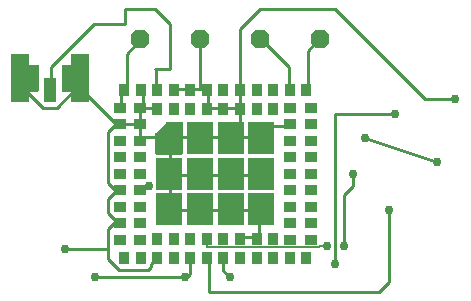
<source format=gbr>
G04 EAGLE Gerber X2 export*
%TF.Part,Single*%
%TF.FileFunction,Copper,L1,Top,Mixed*%
%TF.FilePolarity,Positive*%
%TF.GenerationSoftware,Autodesk,EAGLE,9.1.0*%
%TF.CreationDate,2019-01-28T13:00:55Z*%
G75*
%MOMM*%
%FSLAX34Y34*%
%LPD*%
%AMOC8*
5,1,8,0,0,1.08239X$1,22.5*%
G01*
%ADD10P,1.732040X8X22.500000*%
%ADD11R,1.100000X0.900000*%
%ADD12R,0.900000X1.100000*%
%ADD13R,1.500000X1.500000*%
%ADD14R,2.300000X2.700000*%
%ADD15R,1.524000X4.064000*%
%ADD16R,1.016000X2.032000*%
%ADD17C,0.254000*%
%ADD18C,0.756400*%
%ADD19C,0.152400*%

G36*
X149865Y117977D02*
X149865Y117977D01*
X149931Y117979D01*
X149974Y117997D01*
X150021Y118005D01*
X150078Y118039D01*
X150138Y118064D01*
X150173Y118095D01*
X150214Y118120D01*
X150256Y118171D01*
X150304Y118215D01*
X150326Y118257D01*
X150355Y118294D01*
X150376Y118356D01*
X150407Y118415D01*
X150415Y118469D01*
X150427Y118506D01*
X150426Y118546D01*
X150434Y118600D01*
X150434Y144600D01*
X150423Y144665D01*
X150421Y144731D01*
X150403Y144774D01*
X150395Y144821D01*
X150361Y144878D01*
X150336Y144938D01*
X150305Y144973D01*
X150280Y145014D01*
X150229Y145056D01*
X150185Y145104D01*
X150143Y145126D01*
X150106Y145155D01*
X150044Y145176D01*
X149985Y145207D01*
X149931Y145215D01*
X149894Y145227D01*
X149854Y145226D01*
X149800Y145234D01*
X136300Y145234D01*
X136258Y145227D01*
X136216Y145229D01*
X136149Y145207D01*
X136079Y145195D01*
X136043Y145173D01*
X136002Y145160D01*
X135929Y145106D01*
X135886Y145080D01*
X135873Y145064D01*
X135852Y145048D01*
X127352Y136548D01*
X127327Y136514D01*
X127296Y136485D01*
X127264Y136422D01*
X127223Y136364D01*
X127213Y136323D01*
X127193Y136285D01*
X127180Y136196D01*
X127168Y136147D01*
X127170Y136126D01*
X127166Y136100D01*
X127166Y118600D01*
X127177Y118535D01*
X127179Y118469D01*
X127197Y118426D01*
X127205Y118379D01*
X127239Y118322D01*
X127264Y118262D01*
X127295Y118227D01*
X127320Y118186D01*
X127371Y118145D01*
X127415Y118096D01*
X127457Y118074D01*
X127494Y118045D01*
X127556Y118024D01*
X127615Y117993D01*
X127669Y117985D01*
X127706Y117973D01*
X127746Y117974D01*
X127800Y117966D01*
X149800Y117966D01*
X149865Y117977D01*
G37*
G36*
X27506Y171205D02*
X27506Y171205D01*
X27564Y171203D01*
X27646Y171225D01*
X27730Y171237D01*
X27783Y171261D01*
X27839Y171275D01*
X27912Y171318D01*
X27989Y171353D01*
X28034Y171391D01*
X28084Y171421D01*
X28142Y171482D01*
X28206Y171537D01*
X28238Y171585D01*
X28278Y171628D01*
X28317Y171703D01*
X28364Y171773D01*
X28381Y171829D01*
X28408Y171881D01*
X28419Y171949D01*
X28449Y172044D01*
X28452Y172144D01*
X28463Y172212D01*
X28463Y193040D01*
X28455Y193098D01*
X28457Y193156D01*
X28435Y193238D01*
X28423Y193322D01*
X28400Y193375D01*
X28385Y193431D01*
X28342Y193504D01*
X28307Y193581D01*
X28269Y193626D01*
X28240Y193676D01*
X28178Y193734D01*
X28124Y193798D01*
X28075Y193830D01*
X28032Y193870D01*
X27957Y193909D01*
X27887Y193956D01*
X27831Y193973D01*
X27779Y194000D01*
X27711Y194011D01*
X27616Y194041D01*
X27516Y194044D01*
X27448Y194055D01*
X6350Y194055D01*
X6292Y194047D01*
X6234Y194049D01*
X6152Y194027D01*
X6069Y194015D01*
X6015Y193992D01*
X5959Y193977D01*
X5886Y193934D01*
X5809Y193899D01*
X5764Y193861D01*
X5714Y193832D01*
X5656Y193770D01*
X5592Y193716D01*
X5560Y193667D01*
X5520Y193624D01*
X5481Y193549D01*
X5435Y193479D01*
X5417Y193423D01*
X5390Y193371D01*
X5379Y193303D01*
X5349Y193208D01*
X5346Y193108D01*
X5335Y193040D01*
X5335Y172212D01*
X5343Y172154D01*
X5341Y172096D01*
X5363Y172014D01*
X5375Y171931D01*
X5399Y171877D01*
X5413Y171821D01*
X5456Y171748D01*
X5491Y171671D01*
X5529Y171626D01*
X5559Y171576D01*
X5620Y171518D01*
X5675Y171454D01*
X5723Y171422D01*
X5766Y171382D01*
X5841Y171343D01*
X5911Y171297D01*
X5967Y171279D01*
X6019Y171252D01*
X6087Y171241D01*
X6182Y171211D01*
X6282Y171208D01*
X6350Y171197D01*
X27448Y171197D01*
X27506Y171205D01*
G37*
G36*
X69908Y171205D02*
X69908Y171205D01*
X69966Y171203D01*
X70048Y171225D01*
X70132Y171237D01*
X70185Y171261D01*
X70241Y171275D01*
X70314Y171318D01*
X70391Y171353D01*
X70436Y171391D01*
X70486Y171421D01*
X70544Y171482D01*
X70608Y171537D01*
X70640Y171585D01*
X70680Y171628D01*
X70719Y171703D01*
X70766Y171773D01*
X70783Y171829D01*
X70810Y171881D01*
X70821Y171949D01*
X70851Y172044D01*
X70854Y172144D01*
X70865Y172212D01*
X70865Y193040D01*
X70857Y193098D01*
X70859Y193156D01*
X70837Y193238D01*
X70825Y193322D01*
X70802Y193375D01*
X70787Y193431D01*
X70744Y193504D01*
X70709Y193581D01*
X70671Y193626D01*
X70642Y193676D01*
X70580Y193734D01*
X70526Y193798D01*
X70477Y193830D01*
X70434Y193870D01*
X70359Y193909D01*
X70289Y193956D01*
X70233Y193973D01*
X70181Y194000D01*
X70113Y194011D01*
X70018Y194041D01*
X69918Y194044D01*
X69850Y194055D01*
X48752Y194055D01*
X48694Y194047D01*
X48636Y194049D01*
X48554Y194027D01*
X48471Y194015D01*
X48417Y193992D01*
X48361Y193977D01*
X48288Y193934D01*
X48211Y193899D01*
X48166Y193861D01*
X48116Y193832D01*
X48058Y193770D01*
X47994Y193716D01*
X47962Y193667D01*
X47922Y193624D01*
X47883Y193549D01*
X47837Y193479D01*
X47819Y193423D01*
X47792Y193371D01*
X47781Y193303D01*
X47751Y193208D01*
X47748Y193108D01*
X47737Y193040D01*
X47737Y172212D01*
X47745Y172154D01*
X47743Y172096D01*
X47765Y172014D01*
X47777Y171931D01*
X47801Y171877D01*
X47815Y171821D01*
X47858Y171748D01*
X47893Y171671D01*
X47931Y171626D01*
X47961Y171576D01*
X48022Y171518D01*
X48077Y171454D01*
X48125Y171422D01*
X48168Y171382D01*
X48243Y171343D01*
X48313Y171297D01*
X48369Y171279D01*
X48421Y171252D01*
X48489Y171241D01*
X48584Y171211D01*
X48684Y171208D01*
X48752Y171197D01*
X69850Y171197D01*
X69908Y171205D01*
G37*
D10*
X114300Y215900D03*
X165100Y215900D03*
X215900Y215900D03*
X266700Y215900D03*
D11*
X96800Y157600D03*
X96800Y143600D03*
X96800Y129600D03*
X96800Y115600D03*
X96800Y101600D03*
X96800Y87600D03*
X96800Y73600D03*
X96800Y59600D03*
X96800Y45600D03*
D12*
X100800Y30600D03*
X114800Y30600D03*
X128800Y30600D03*
X142800Y30600D03*
X156800Y30600D03*
X170800Y30600D03*
X184800Y30600D03*
X198800Y30600D03*
X212800Y30600D03*
X226800Y30600D03*
X240800Y30600D03*
X254800Y30600D03*
D11*
X258800Y45600D03*
X258800Y59600D03*
X258800Y73600D03*
X258800Y87600D03*
X258800Y101600D03*
X258800Y115600D03*
X258800Y129600D03*
X258800Y143600D03*
X258800Y157600D03*
D12*
X254800Y172600D03*
X240800Y172600D03*
X226800Y172600D03*
X212800Y172600D03*
X198800Y172600D03*
X184800Y172600D03*
X170800Y172600D03*
X156800Y172600D03*
X142800Y172600D03*
X128800Y172600D03*
X114800Y172600D03*
X100800Y172600D03*
D11*
X114200Y157600D03*
X114200Y143600D03*
X114200Y129600D03*
X114200Y115600D03*
X114200Y101600D03*
X114200Y87600D03*
X114200Y73600D03*
X114200Y59600D03*
X114200Y45600D03*
D12*
X128800Y46600D03*
X142800Y46600D03*
X156800Y46600D03*
X170800Y46600D03*
X184800Y46600D03*
X198800Y46600D03*
X212800Y46600D03*
X226800Y46600D03*
D11*
X241400Y45600D03*
X241400Y59600D03*
X241400Y73600D03*
X241400Y87600D03*
X241400Y101600D03*
X241400Y115600D03*
X241400Y129600D03*
X241400Y143600D03*
X241400Y157600D03*
D12*
X226800Y156600D03*
X212800Y156600D03*
X198800Y156600D03*
X184800Y156600D03*
X170800Y156600D03*
X156800Y156600D03*
X142800Y156600D03*
X128800Y156600D03*
D13*
X138800Y131600D03*
D14*
X138800Y101600D03*
X138800Y71600D03*
X164800Y71600D03*
X190800Y71600D03*
X216800Y71600D03*
X216800Y101600D03*
X216800Y131600D03*
X190800Y131600D03*
X164800Y131600D03*
X164800Y101600D03*
X190800Y101600D03*
D15*
X63500Y182880D03*
X12700Y182880D03*
D16*
X38100Y172720D03*
D17*
X139446Y100584D02*
X164592Y100584D01*
X164800Y101600D01*
X192024Y100584D02*
X214884Y100584D01*
X192024Y100584D02*
X190800Y101600D01*
X214884Y100584D02*
X216800Y101600D01*
X189738Y100584D02*
X166878Y100584D01*
X164800Y101600D01*
X189738Y100584D02*
X190800Y101600D01*
X164592Y70866D02*
X139446Y70866D01*
X138800Y71600D01*
X164592Y70866D02*
X164800Y71600D01*
X198882Y48006D02*
X212598Y48006D01*
X198882Y48006D02*
X198800Y46600D01*
X212598Y48006D02*
X212800Y46600D01*
X214884Y48006D02*
X214884Y70866D01*
X214884Y48006D02*
X212800Y46600D01*
X214884Y70866D02*
X192024Y70866D01*
X190800Y71600D01*
X214884Y70866D02*
X216800Y71600D01*
X189738Y70866D02*
X166878Y70866D01*
X164800Y71600D01*
X189738Y70866D02*
X190800Y71600D01*
X139446Y73152D02*
X139446Y100584D01*
X138800Y101600D01*
X139446Y73152D02*
X138800Y71600D01*
X144018Y173736D02*
X155448Y173736D01*
X144018Y173736D02*
X142800Y172600D01*
X155448Y173736D02*
X156800Y172600D01*
X157734Y173736D02*
X164592Y173736D01*
X169164Y173736D01*
X170800Y172600D01*
X157734Y173736D02*
X156800Y172600D01*
X171450Y157734D02*
X182880Y157734D01*
X184800Y156600D01*
X185166Y157734D02*
X196596Y157734D01*
X198800Y156600D01*
X185166Y157734D02*
X184800Y156600D01*
X198882Y157734D02*
X198882Y171450D01*
X198800Y172600D01*
X198882Y157734D02*
X198800Y156600D01*
X171450Y157734D02*
X171450Y171450D01*
X170800Y172600D01*
X171450Y157734D02*
X170800Y156600D01*
X164592Y173736D02*
X164592Y214884D01*
X165100Y215900D01*
X96012Y61722D02*
X93726Y61722D01*
X86868Y68580D01*
X86868Y80010D01*
X93726Y86868D02*
X96012Y89154D01*
X93726Y86868D02*
X86868Y80010D01*
X96012Y61722D02*
X96800Y59600D01*
X96800Y87600D02*
X96012Y89154D01*
X128016Y29718D02*
X123444Y25146D01*
X123444Y22860D01*
X121158Y20574D01*
X96012Y20574D01*
X86868Y29718D01*
X86868Y38100D02*
X86868Y54864D01*
X86868Y38100D02*
X86868Y29718D01*
X86868Y54864D02*
X93726Y61722D01*
X128800Y30600D02*
X128016Y29718D01*
X96800Y59600D02*
X93726Y61722D01*
X13716Y176022D02*
X13716Y182880D01*
X13716Y176022D02*
X32004Y157734D01*
X43434Y157734D01*
X61722Y176022D01*
X61722Y182880D01*
X13716Y182880D02*
X12700Y182880D01*
X61722Y182880D02*
X63500Y182880D01*
X114300Y141732D02*
X114300Y132588D01*
X114300Y130302D01*
X114200Y129600D01*
X114300Y141732D02*
X114200Y143600D01*
X112014Y144018D02*
X98298Y144018D01*
X96800Y143600D01*
X112014Y144018D02*
X114200Y143600D01*
X114300Y144018D02*
X114300Y155448D01*
X114200Y157600D01*
X114300Y144018D02*
X114200Y143600D01*
X114300Y157734D02*
X116586Y157734D01*
X128016Y157734D01*
X128800Y156600D01*
X114300Y157734D02*
X114200Y157600D01*
X116586Y157734D02*
X116586Y171450D01*
X114800Y172600D01*
X116586Y157734D02*
X114200Y157600D01*
X114300Y132588D02*
X137160Y132588D01*
X138800Y131600D01*
X114300Y132588D02*
X114200Y129600D01*
X226314Y141732D02*
X240030Y141732D01*
X226314Y141732D02*
X217170Y132588D01*
X240030Y141732D02*
X241400Y143600D01*
X217170Y132588D02*
X216800Y131600D01*
X189738Y132588D02*
X166878Y132588D01*
X164800Y131600D01*
X189738Y132588D02*
X190800Y131600D01*
X192024Y132588D02*
X198882Y132588D01*
X214884Y132588D01*
X216800Y131600D01*
X192024Y132588D02*
X190800Y131600D01*
X164592Y132588D02*
X139446Y132588D01*
X138800Y131600D01*
X164592Y132588D02*
X164800Y131600D01*
X96012Y141732D02*
X93726Y144018D01*
X61722Y176022D01*
X63500Y182880D01*
X96800Y143600D02*
X96012Y141732D01*
X86868Y93726D02*
X93726Y86868D01*
X86868Y93726D02*
X86868Y137160D01*
X93726Y144018D01*
X96800Y87600D02*
X93726Y86868D01*
X96800Y143600D02*
X93726Y144018D01*
X198882Y132588D02*
X198882Y155448D01*
X198800Y156600D01*
X198882Y132588D02*
X190800Y131600D01*
X139446Y130302D02*
X139446Y102870D01*
X138800Y101600D01*
X139446Y130302D02*
X138800Y131600D01*
D18*
X50800Y38100D03*
D17*
X86868Y38100D01*
X198800Y172600D02*
X198800Y224200D01*
X215900Y241300D02*
X279400Y241300D01*
X355600Y165100D01*
X381000Y165100D01*
D18*
X381000Y165100D03*
D17*
X215900Y241300D02*
X198800Y224200D01*
D19*
X114200Y91440D02*
X114200Y87600D01*
X114200Y91440D02*
X121920Y91440D01*
D18*
X121920Y91440D03*
X121920Y91440D03*
X121920Y91440D03*
X304800Y132080D03*
D17*
X365760Y111760D01*
D18*
X365760Y111760D03*
X325120Y71120D03*
D17*
X325120Y10160D01*
X316230Y1270D01*
X172720Y1270D01*
X172720Y28680D01*
X170800Y30600D01*
D18*
X294640Y101600D03*
D17*
X294640Y91440D01*
X286484Y83284D01*
X286484Y40640D01*
D18*
X286484Y40640D03*
X272316Y40640D03*
D19*
X266078Y40640D01*
X266078Y39322D01*
X170800Y39322D01*
X170800Y46600D01*
D18*
X76200Y13942D03*
D17*
X76200Y12700D01*
X152400Y12700D02*
X156800Y17100D01*
X156800Y30600D01*
D18*
X330200Y152400D03*
X279400Y25400D03*
D17*
X279400Y152400D01*
X330200Y152400D01*
D18*
X152400Y13942D03*
D17*
X77442Y13942D01*
X76200Y12700D01*
X256032Y173736D02*
X256032Y205740D01*
X265176Y214884D01*
X256032Y173736D02*
X254800Y172600D01*
X265176Y214884D02*
X266700Y215900D01*
X240030Y192024D02*
X240030Y173736D01*
X240030Y192024D02*
X217170Y214884D01*
X240030Y173736D02*
X240800Y172600D01*
X217170Y214884D02*
X215900Y215900D01*
X75438Y228600D02*
X38862Y192024D01*
X38862Y173736D01*
X128016Y173736D02*
X128800Y172600D01*
X38862Y173736D02*
X38100Y172720D01*
X75438Y228600D02*
X101600Y228600D01*
X101600Y241300D01*
X127000Y241300D01*
X139700Y228600D01*
X139700Y190500D01*
X127000Y190500D01*
X128016Y189484D01*
X128016Y173736D01*
D18*
X190500Y13942D03*
D17*
X184800Y19642D01*
X184800Y30600D01*
X98298Y157734D02*
X98298Y169164D01*
X100584Y171450D01*
X98298Y157734D02*
X96800Y157600D01*
X100584Y171450D02*
X100800Y172600D01*
X102870Y173736D02*
X102870Y203454D01*
X114300Y214884D01*
X102870Y173736D02*
X100800Y172600D01*
X114300Y214884D02*
X114300Y215900D01*
M02*

</source>
